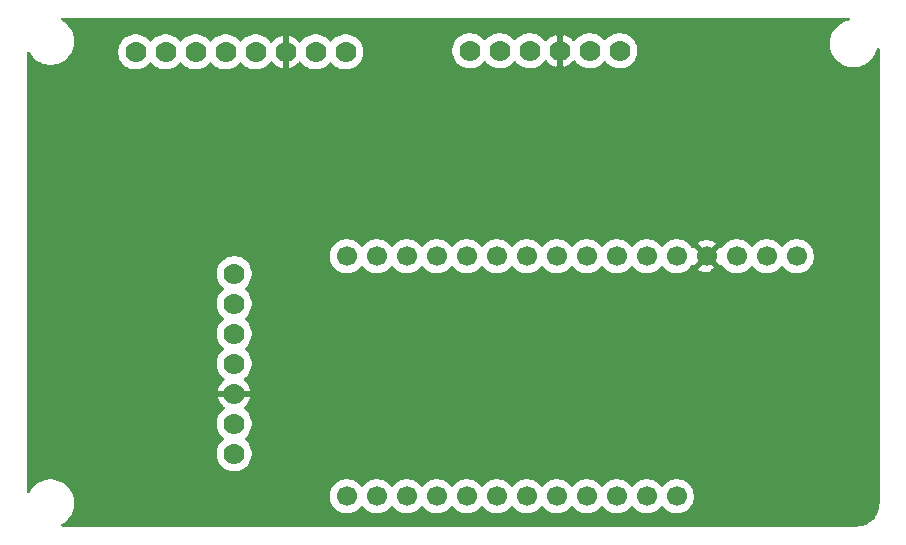
<source format=gbr>
%TF.GenerationSoftware,KiCad,Pcbnew,9.0.7*%
%TF.CreationDate,2026-02-04T09:14:49-08:00*%
%TF.ProjectId,BasicDatalogger,42617369-6344-4617-9461-6c6f67676572,rev?*%
%TF.SameCoordinates,Original*%
%TF.FileFunction,Copper,L2,Inr*%
%TF.FilePolarity,Positive*%
%FSLAX46Y46*%
G04 Gerber Fmt 4.6, Leading zero omitted, Abs format (unit mm)*
G04 Created by KiCad (PCBNEW 9.0.7) date 2026-02-04 09:14:49*
%MOMM*%
%LPD*%
G01*
G04 APERTURE LIST*
%TA.AperFunction,ComponentPad*%
%ADD10C,1.700000*%
%TD*%
%TA.AperFunction,ComponentPad*%
%ADD11C,1.778000*%
%TD*%
%TA.AperFunction,ViaPad*%
%ADD12C,0.900000*%
%TD*%
G04 APERTURE END LIST*
D10*
%TO.N,unconnected-(U1-RESET-Pad1)*%
%TO.C,U1*%
X139080000Y-50000000D03*
%TO.N,/3V3*%
X136540000Y-50000000D03*
X134000000Y-50000000D03*
%TO.N,/GND*%
X131460000Y-50000000D03*
%TO.N,unconnected-(U1-A0{slash}GPIO26-Pad5)*%
X128920000Y-50000000D03*
%TO.N,unconnected-(U1-A1{slash}GPIO27-Pad6)*%
X126380000Y-50000000D03*
%TO.N,unconnected-(U1-A2{slash}GPIO28-Pad7)*%
X123840000Y-50000000D03*
%TO.N,unconnected-(U1-A3{slash}GPIO29-Pad8)*%
X121300000Y-50000000D03*
%TO.N,unconnected-(U1-D24{slash}GPIO24-Pad9)*%
X118760000Y-50000000D03*
%TO.N,unconnected-(U1-D25{slash}GPIO25-Pad10)*%
X116220000Y-50000000D03*
%TO.N,/SCK*%
X113680000Y-50000000D03*
%TO.N,/MOSI*%
X111140000Y-50000000D03*
%TO.N,/MISO*%
X108600000Y-50000000D03*
%TO.N,/CS*%
X106060000Y-50000000D03*
%TO.N,unconnected-(U1-TX{slash}GPIO0-Pad15)*%
X103520000Y-50000000D03*
%TO.N,unconnected-(U1-D4{slash}GPIO6-Pad16)*%
X100980000Y-50000000D03*
%TO.N,/SDA*%
X100980000Y-70320000D03*
%TO.N,/SCL*%
X103520000Y-70320000D03*
%TO.N,unconnected-(U1-D5{slash}GPIO7-Pad19)*%
X106060000Y-70320000D03*
%TO.N,unconnected-(U1-D6{slash}GPIO8-Pad20)*%
X108600000Y-70320000D03*
%TO.N,unconnected-(U1-D9{slash}GPIO9-Pad21)*%
X111140000Y-70320000D03*
%TO.N,unconnected-(U1-D10{slash}GPIO10-Pad22)*%
X113680000Y-70320000D03*
%TO.N,unconnected-(U1-D11{slash}GPIO11-Pad23)*%
X116220000Y-70320000D03*
%TO.N,unconnected-(U1-D12{slash}GPIO12-Pad24)*%
X118760000Y-70320000D03*
%TO.N,unconnected-(U1-D13{slash}GPIO13-Pad25)*%
X121300000Y-70320000D03*
%TO.N,unconnected-(U1-Vbus-Pad26)*%
X123840000Y-70320000D03*
%TO.N,unconnected-(U1-ENABLE-Pad27)*%
X126380000Y-70320000D03*
%TO.N,unconnected-(U1-VBat-Pad28)*%
X128920000Y-70320000D03*
%TD*%
D11*
%TO.N,/3V3*%
%TO.C,U2*%
X100890000Y-32700000D03*
%TO.N,unconnected-(U2-3Vo-Pad2)*%
X98350000Y-32700000D03*
%TO.N,/GND*%
X95810000Y-32700000D03*
%TO.N,/SCL*%
X93270000Y-32700000D03*
%TO.N,unconnected-(U2-SDO-Pad5)*%
X90730000Y-32700000D03*
%TO.N,/SDA*%
X88190000Y-32700000D03*
%TO.N,unconnected-(U2-CS-Pad7)*%
X85650000Y-32700000D03*
%TO.N,unconnected-(U2-INT-Pad8)*%
X83110000Y-32700000D03*
%TD*%
%TO.N,/3V3*%
%TO.C,U4*%
X91450000Y-66720000D03*
%TO.N,unconnected-(U4-3V3-Pad2)*%
X91450000Y-64180000D03*
%TO.N,/GND*%
X91450000Y-61640000D03*
%TO.N,/SCK*%
X91450000Y-59100000D03*
%TO.N,/MISO*%
X91450000Y-56560000D03*
%TO.N,/MOSI*%
X91450000Y-54020000D03*
%TO.N,/CS*%
X91450000Y-51480000D03*
%TD*%
%TO.N,/3V3*%
%TO.C,U3*%
X124100000Y-32600000D03*
%TO.N,unconnected-(U3-3Vo-Pad2)*%
X121560000Y-32600000D03*
%TO.N,/GND*%
X119020000Y-32600000D03*
%TO.N,/SCL*%
X116480000Y-32600000D03*
%TO.N,/SDA*%
X113940000Y-32600000D03*
%TO.N,unconnected-(U3-INT2-Pad6)*%
X111400000Y-32600000D03*
%TD*%
D12*
%TO.N,/GND*%
X132200000Y-51400000D03*
X132600000Y-48200000D03*
X109600000Y-63400000D03*
X100600000Y-63400000D03*
X119000000Y-31000000D03*
X80800000Y-34800000D03*
X109800000Y-53200000D03*
X126200000Y-60800000D03*
X132600000Y-53800000D03*
X93400000Y-61700000D03*
X80200000Y-54200000D03*
X97900000Y-53800000D03*
X79700000Y-70900000D03*
X97100000Y-49800000D03*
X88400000Y-38200000D03*
X123600000Y-45400000D03*
X89800000Y-62600000D03*
X97000000Y-70400000D03*
X95800000Y-34400000D03*
X119000000Y-34200000D03*
%TD*%
%TA.AperFunction,Conductor*%
%TO.N,/GND*%
G36*
X143504477Y-29820185D02*
G01*
X143550232Y-29872989D01*
X143560176Y-29942147D01*
X143531151Y-30005703D01*
X143472373Y-30043477D01*
X143469565Y-30044265D01*
X143339859Y-30079020D01*
X143255581Y-30101602D01*
X143255571Y-30101605D01*
X143013309Y-30201953D01*
X143013299Y-30201958D01*
X142786196Y-30333075D01*
X142578148Y-30492718D01*
X142392718Y-30678148D01*
X142233075Y-30886196D01*
X142101958Y-31113299D01*
X142101953Y-31113309D01*
X142001605Y-31355571D01*
X142001602Y-31355581D01*
X141972586Y-31463873D01*
X141933730Y-31608885D01*
X141899500Y-31868872D01*
X141899500Y-32131127D01*
X141921721Y-32299901D01*
X141933730Y-32391116D01*
X141998831Y-32634076D01*
X142001602Y-32644418D01*
X142001605Y-32644428D01*
X142101953Y-32886690D01*
X142101958Y-32886700D01*
X142233075Y-33113803D01*
X142392718Y-33321851D01*
X142392726Y-33321860D01*
X142578140Y-33507274D01*
X142578148Y-33507281D01*
X142578149Y-33507282D01*
X142619053Y-33538669D01*
X142786196Y-33666924D01*
X143013299Y-33798041D01*
X143013309Y-33798046D01*
X143196522Y-33873935D01*
X143255581Y-33898398D01*
X143508884Y-33966270D01*
X143768880Y-34000500D01*
X143768887Y-34000500D01*
X144031113Y-34000500D01*
X144031120Y-34000500D01*
X144291116Y-33966270D01*
X144544419Y-33898398D01*
X144721340Y-33825114D01*
X144786690Y-33798046D01*
X144786691Y-33798045D01*
X144786697Y-33798043D01*
X145013803Y-33666924D01*
X145221851Y-33507282D01*
X145221855Y-33507277D01*
X145221860Y-33507274D01*
X145407274Y-33321860D01*
X145407277Y-33321855D01*
X145407282Y-33321851D01*
X145566924Y-33113803D01*
X145698043Y-32886697D01*
X145798398Y-32644419D01*
X145855725Y-32430467D01*
X145892090Y-32370808D01*
X145954937Y-32340279D01*
X146024312Y-32348574D01*
X146078190Y-32393059D01*
X146099465Y-32459611D01*
X146099500Y-32462562D01*
X146099500Y-70895933D01*
X146099235Y-70904043D01*
X146082925Y-71152883D01*
X146080807Y-71168964D01*
X146032954Y-71409535D01*
X146028756Y-71425202D01*
X145949909Y-71657479D01*
X145943702Y-71672465D01*
X145835212Y-71892460D01*
X145827102Y-71906507D01*
X145690825Y-72110460D01*
X145680951Y-72123328D01*
X145519218Y-72307749D01*
X145507749Y-72319218D01*
X145323328Y-72480951D01*
X145310460Y-72490825D01*
X145106507Y-72627102D01*
X145092460Y-72635212D01*
X144872465Y-72743702D01*
X144857479Y-72749909D01*
X144625202Y-72828756D01*
X144609535Y-72832954D01*
X144368964Y-72880807D01*
X144352883Y-72882925D01*
X144104043Y-72899235D01*
X144095933Y-72899500D01*
X76900538Y-72899500D01*
X76833499Y-72879815D01*
X76787744Y-72827011D01*
X76777800Y-72757853D01*
X76806825Y-72694297D01*
X76838538Y-72668113D01*
X77013803Y-72566924D01*
X77221851Y-72407282D01*
X77221855Y-72407277D01*
X77221860Y-72407274D01*
X77407274Y-72221860D01*
X77407277Y-72221855D01*
X77407282Y-72221851D01*
X77566924Y-72013803D01*
X77698043Y-71786697D01*
X77798398Y-71544419D01*
X77866270Y-71291116D01*
X77900500Y-71031120D01*
X77900500Y-70768880D01*
X77866270Y-70508884D01*
X77798398Y-70255581D01*
X77777793Y-70205837D01*
X99529500Y-70205837D01*
X99529500Y-70434162D01*
X99565215Y-70659660D01*
X99635770Y-70876803D01*
X99714399Y-71031120D01*
X99739421Y-71080228D01*
X99873621Y-71264937D01*
X100035063Y-71426379D01*
X100219772Y-71560579D01*
X100315884Y-71609550D01*
X100423196Y-71664229D01*
X100423198Y-71664229D01*
X100423201Y-71664231D01*
X100539592Y-71702049D01*
X100640339Y-71734784D01*
X100865838Y-71770500D01*
X100865843Y-71770500D01*
X101094162Y-71770500D01*
X101319660Y-71734784D01*
X101536799Y-71664231D01*
X101740228Y-71560579D01*
X101924937Y-71426379D01*
X102086379Y-71264937D01*
X102149682Y-71177807D01*
X102205012Y-71135143D01*
X102274626Y-71129164D01*
X102336421Y-71161770D01*
X102350315Y-71177804D01*
X102413621Y-71264937D01*
X102575063Y-71426379D01*
X102759772Y-71560579D01*
X102855884Y-71609550D01*
X102963196Y-71664229D01*
X102963198Y-71664229D01*
X102963201Y-71664231D01*
X103079592Y-71702049D01*
X103180339Y-71734784D01*
X103405838Y-71770500D01*
X103405843Y-71770500D01*
X103634162Y-71770500D01*
X103859660Y-71734784D01*
X104076799Y-71664231D01*
X104280228Y-71560579D01*
X104464937Y-71426379D01*
X104626379Y-71264937D01*
X104689682Y-71177807D01*
X104745012Y-71135143D01*
X104814626Y-71129164D01*
X104876421Y-71161770D01*
X104890315Y-71177804D01*
X104953621Y-71264937D01*
X105115063Y-71426379D01*
X105299772Y-71560579D01*
X105395884Y-71609550D01*
X105503196Y-71664229D01*
X105503198Y-71664229D01*
X105503201Y-71664231D01*
X105619592Y-71702049D01*
X105720339Y-71734784D01*
X105945838Y-71770500D01*
X105945843Y-71770500D01*
X106174162Y-71770500D01*
X106399660Y-71734784D01*
X106616799Y-71664231D01*
X106820228Y-71560579D01*
X107004937Y-71426379D01*
X107166379Y-71264937D01*
X107229682Y-71177807D01*
X107285012Y-71135143D01*
X107354626Y-71129164D01*
X107416421Y-71161770D01*
X107430315Y-71177804D01*
X107493621Y-71264937D01*
X107655063Y-71426379D01*
X107839772Y-71560579D01*
X107935884Y-71609550D01*
X108043196Y-71664229D01*
X108043198Y-71664229D01*
X108043201Y-71664231D01*
X108159592Y-71702049D01*
X108260339Y-71734784D01*
X108485838Y-71770500D01*
X108485843Y-71770500D01*
X108714162Y-71770500D01*
X108939660Y-71734784D01*
X109156799Y-71664231D01*
X109360228Y-71560579D01*
X109544937Y-71426379D01*
X109706379Y-71264937D01*
X109769682Y-71177807D01*
X109825012Y-71135143D01*
X109894626Y-71129164D01*
X109956421Y-71161770D01*
X109970315Y-71177804D01*
X110033621Y-71264937D01*
X110195063Y-71426379D01*
X110379772Y-71560579D01*
X110475884Y-71609550D01*
X110583196Y-71664229D01*
X110583198Y-71664229D01*
X110583201Y-71664231D01*
X110699592Y-71702049D01*
X110800339Y-71734784D01*
X111025838Y-71770500D01*
X111025843Y-71770500D01*
X111254162Y-71770500D01*
X111479660Y-71734784D01*
X111696799Y-71664231D01*
X111900228Y-71560579D01*
X112084937Y-71426379D01*
X112246379Y-71264937D01*
X112309682Y-71177807D01*
X112365012Y-71135143D01*
X112434626Y-71129164D01*
X112496421Y-71161770D01*
X112510315Y-71177804D01*
X112573621Y-71264937D01*
X112735063Y-71426379D01*
X112919772Y-71560579D01*
X113015884Y-71609550D01*
X113123196Y-71664229D01*
X113123198Y-71664229D01*
X113123201Y-71664231D01*
X113239592Y-71702049D01*
X113340339Y-71734784D01*
X113565838Y-71770500D01*
X113565843Y-71770500D01*
X113794162Y-71770500D01*
X114019660Y-71734784D01*
X114236799Y-71664231D01*
X114440228Y-71560579D01*
X114624937Y-71426379D01*
X114786379Y-71264937D01*
X114849682Y-71177807D01*
X114905012Y-71135143D01*
X114974626Y-71129164D01*
X115036421Y-71161770D01*
X115050315Y-71177804D01*
X115113621Y-71264937D01*
X115275063Y-71426379D01*
X115459772Y-71560579D01*
X115555884Y-71609550D01*
X115663196Y-71664229D01*
X115663198Y-71664229D01*
X115663201Y-71664231D01*
X115779592Y-71702049D01*
X115880339Y-71734784D01*
X116105838Y-71770500D01*
X116105843Y-71770500D01*
X116334162Y-71770500D01*
X116559660Y-71734784D01*
X116776799Y-71664231D01*
X116980228Y-71560579D01*
X117164937Y-71426379D01*
X117326379Y-71264937D01*
X117389682Y-71177807D01*
X117445012Y-71135143D01*
X117514626Y-71129164D01*
X117576421Y-71161770D01*
X117590315Y-71177804D01*
X117653621Y-71264937D01*
X117815063Y-71426379D01*
X117999772Y-71560579D01*
X118095884Y-71609550D01*
X118203196Y-71664229D01*
X118203198Y-71664229D01*
X118203201Y-71664231D01*
X118319592Y-71702049D01*
X118420339Y-71734784D01*
X118645838Y-71770500D01*
X118645843Y-71770500D01*
X118874162Y-71770500D01*
X119099660Y-71734784D01*
X119316799Y-71664231D01*
X119520228Y-71560579D01*
X119704937Y-71426379D01*
X119866379Y-71264937D01*
X119929682Y-71177807D01*
X119985012Y-71135143D01*
X120054626Y-71129164D01*
X120116421Y-71161770D01*
X120130315Y-71177804D01*
X120193621Y-71264937D01*
X120355063Y-71426379D01*
X120539772Y-71560579D01*
X120635884Y-71609550D01*
X120743196Y-71664229D01*
X120743198Y-71664229D01*
X120743201Y-71664231D01*
X120859592Y-71702049D01*
X120960339Y-71734784D01*
X121185838Y-71770500D01*
X121185843Y-71770500D01*
X121414162Y-71770500D01*
X121639660Y-71734784D01*
X121856799Y-71664231D01*
X122060228Y-71560579D01*
X122244937Y-71426379D01*
X122406379Y-71264937D01*
X122469682Y-71177807D01*
X122525012Y-71135143D01*
X122594626Y-71129164D01*
X122656421Y-71161770D01*
X122670315Y-71177804D01*
X122733621Y-71264937D01*
X122895063Y-71426379D01*
X123079772Y-71560579D01*
X123175884Y-71609550D01*
X123283196Y-71664229D01*
X123283198Y-71664229D01*
X123283201Y-71664231D01*
X123399592Y-71702049D01*
X123500339Y-71734784D01*
X123725838Y-71770500D01*
X123725843Y-71770500D01*
X123954162Y-71770500D01*
X124179660Y-71734784D01*
X124396799Y-71664231D01*
X124600228Y-71560579D01*
X124784937Y-71426379D01*
X124946379Y-71264937D01*
X125009682Y-71177807D01*
X125065012Y-71135143D01*
X125134626Y-71129164D01*
X125196421Y-71161770D01*
X125210315Y-71177804D01*
X125273621Y-71264937D01*
X125435063Y-71426379D01*
X125619772Y-71560579D01*
X125715884Y-71609550D01*
X125823196Y-71664229D01*
X125823198Y-71664229D01*
X125823201Y-71664231D01*
X125939592Y-71702049D01*
X126040339Y-71734784D01*
X126265838Y-71770500D01*
X126265843Y-71770500D01*
X126494162Y-71770500D01*
X126719660Y-71734784D01*
X126936799Y-71664231D01*
X127140228Y-71560579D01*
X127324937Y-71426379D01*
X127486379Y-71264937D01*
X127549682Y-71177807D01*
X127605012Y-71135143D01*
X127674626Y-71129164D01*
X127736421Y-71161770D01*
X127750315Y-71177804D01*
X127813621Y-71264937D01*
X127975063Y-71426379D01*
X128159772Y-71560579D01*
X128255884Y-71609550D01*
X128363196Y-71664229D01*
X128363198Y-71664229D01*
X128363201Y-71664231D01*
X128479592Y-71702049D01*
X128580339Y-71734784D01*
X128805838Y-71770500D01*
X128805843Y-71770500D01*
X129034162Y-71770500D01*
X129259660Y-71734784D01*
X129476799Y-71664231D01*
X129680228Y-71560579D01*
X129864937Y-71426379D01*
X130026379Y-71264937D01*
X130160579Y-71080228D01*
X130264231Y-70876799D01*
X130334784Y-70659660D01*
X130342672Y-70609860D01*
X130370500Y-70434162D01*
X130370500Y-70205837D01*
X130334784Y-69980339D01*
X130271703Y-69786197D01*
X130264231Y-69763201D01*
X130264229Y-69763198D01*
X130264229Y-69763196D01*
X130190000Y-69617514D01*
X130160579Y-69559772D01*
X130026379Y-69375063D01*
X129864937Y-69213621D01*
X129680228Y-69079421D01*
X129476803Y-68975770D01*
X129259660Y-68905215D01*
X129034162Y-68869500D01*
X129034157Y-68869500D01*
X128805843Y-68869500D01*
X128805838Y-68869500D01*
X128580339Y-68905215D01*
X128363196Y-68975770D01*
X128159771Y-69079421D01*
X127975061Y-69213622D01*
X127813623Y-69375060D01*
X127813616Y-69375069D01*
X127750317Y-69462191D01*
X127694987Y-69504857D01*
X127625373Y-69510835D01*
X127563579Y-69478228D01*
X127549683Y-69462191D01*
X127486383Y-69375069D01*
X127486379Y-69375063D01*
X127324937Y-69213621D01*
X127140228Y-69079421D01*
X126936803Y-68975770D01*
X126719660Y-68905215D01*
X126494162Y-68869500D01*
X126494157Y-68869500D01*
X126265843Y-68869500D01*
X126265838Y-68869500D01*
X126040339Y-68905215D01*
X125823196Y-68975770D01*
X125619771Y-69079421D01*
X125435061Y-69213622D01*
X125273623Y-69375060D01*
X125273616Y-69375069D01*
X125210317Y-69462191D01*
X125154987Y-69504857D01*
X125085373Y-69510835D01*
X125023579Y-69478228D01*
X125009683Y-69462191D01*
X124946383Y-69375069D01*
X124946379Y-69375063D01*
X124784937Y-69213621D01*
X124600228Y-69079421D01*
X124396803Y-68975770D01*
X124179660Y-68905215D01*
X123954162Y-68869500D01*
X123954157Y-68869500D01*
X123725843Y-68869500D01*
X123725838Y-68869500D01*
X123500339Y-68905215D01*
X123283196Y-68975770D01*
X123079771Y-69079421D01*
X122895061Y-69213622D01*
X122733623Y-69375060D01*
X122733616Y-69375069D01*
X122670317Y-69462191D01*
X122614987Y-69504857D01*
X122545373Y-69510835D01*
X122483579Y-69478228D01*
X122469683Y-69462191D01*
X122406383Y-69375069D01*
X122406379Y-69375063D01*
X122244937Y-69213621D01*
X122060228Y-69079421D01*
X121856803Y-68975770D01*
X121639660Y-68905215D01*
X121414162Y-68869500D01*
X121414157Y-68869500D01*
X121185843Y-68869500D01*
X121185838Y-68869500D01*
X120960339Y-68905215D01*
X120743196Y-68975770D01*
X120539771Y-69079421D01*
X120355061Y-69213622D01*
X120193623Y-69375060D01*
X120193616Y-69375069D01*
X120130317Y-69462191D01*
X120074987Y-69504857D01*
X120005373Y-69510835D01*
X119943579Y-69478228D01*
X119929683Y-69462191D01*
X119866383Y-69375069D01*
X119866379Y-69375063D01*
X119704937Y-69213621D01*
X119520228Y-69079421D01*
X119316803Y-68975770D01*
X119099660Y-68905215D01*
X118874162Y-68869500D01*
X118874157Y-68869500D01*
X118645843Y-68869500D01*
X118645838Y-68869500D01*
X118420339Y-68905215D01*
X118203196Y-68975770D01*
X117999771Y-69079421D01*
X117815061Y-69213622D01*
X117653623Y-69375060D01*
X117653616Y-69375069D01*
X117590317Y-69462191D01*
X117534987Y-69504857D01*
X117465373Y-69510835D01*
X117403579Y-69478228D01*
X117389683Y-69462191D01*
X117326383Y-69375069D01*
X117326379Y-69375063D01*
X117164937Y-69213621D01*
X116980228Y-69079421D01*
X116776803Y-68975770D01*
X116559660Y-68905215D01*
X116334162Y-68869500D01*
X116334157Y-68869500D01*
X116105843Y-68869500D01*
X116105838Y-68869500D01*
X115880339Y-68905215D01*
X115663196Y-68975770D01*
X115459771Y-69079421D01*
X115275061Y-69213622D01*
X115113623Y-69375060D01*
X115113616Y-69375069D01*
X115050317Y-69462191D01*
X114994987Y-69504857D01*
X114925373Y-69510835D01*
X114863579Y-69478228D01*
X114849683Y-69462191D01*
X114786383Y-69375069D01*
X114786379Y-69375063D01*
X114624937Y-69213621D01*
X114440228Y-69079421D01*
X114236803Y-68975770D01*
X114019660Y-68905215D01*
X113794162Y-68869500D01*
X113794157Y-68869500D01*
X113565843Y-68869500D01*
X113565838Y-68869500D01*
X113340339Y-68905215D01*
X113123196Y-68975770D01*
X112919771Y-69079421D01*
X112735061Y-69213622D01*
X112573623Y-69375060D01*
X112573616Y-69375069D01*
X112510317Y-69462191D01*
X112454987Y-69504857D01*
X112385373Y-69510835D01*
X112323579Y-69478228D01*
X112309683Y-69462191D01*
X112246383Y-69375069D01*
X112246379Y-69375063D01*
X112084937Y-69213621D01*
X111900228Y-69079421D01*
X111696803Y-68975770D01*
X111479660Y-68905215D01*
X111254162Y-68869500D01*
X111254157Y-68869500D01*
X111025843Y-68869500D01*
X111025838Y-68869500D01*
X110800339Y-68905215D01*
X110583196Y-68975770D01*
X110379771Y-69079421D01*
X110195061Y-69213622D01*
X110033623Y-69375060D01*
X110033616Y-69375069D01*
X109970317Y-69462191D01*
X109914987Y-69504857D01*
X109845373Y-69510835D01*
X109783579Y-69478228D01*
X109769683Y-69462191D01*
X109706383Y-69375069D01*
X109706379Y-69375063D01*
X109544937Y-69213621D01*
X109360228Y-69079421D01*
X109156803Y-68975770D01*
X108939660Y-68905215D01*
X108714162Y-68869500D01*
X108714157Y-68869500D01*
X108485843Y-68869500D01*
X108485838Y-68869500D01*
X108260339Y-68905215D01*
X108043196Y-68975770D01*
X107839771Y-69079421D01*
X107655061Y-69213622D01*
X107493623Y-69375060D01*
X107493616Y-69375069D01*
X107430317Y-69462191D01*
X107374987Y-69504857D01*
X107305373Y-69510835D01*
X107243579Y-69478228D01*
X107229683Y-69462191D01*
X107166383Y-69375069D01*
X107166379Y-69375063D01*
X107004937Y-69213621D01*
X106820228Y-69079421D01*
X106616803Y-68975770D01*
X106399660Y-68905215D01*
X106174162Y-68869500D01*
X106174157Y-68869500D01*
X105945843Y-68869500D01*
X105945838Y-68869500D01*
X105720339Y-68905215D01*
X105503196Y-68975770D01*
X105299771Y-69079421D01*
X105115061Y-69213622D01*
X104953623Y-69375060D01*
X104953616Y-69375069D01*
X104890317Y-69462191D01*
X104834987Y-69504857D01*
X104765373Y-69510835D01*
X104703579Y-69478228D01*
X104689683Y-69462191D01*
X104626383Y-69375069D01*
X104626379Y-69375063D01*
X104464937Y-69213621D01*
X104280228Y-69079421D01*
X104076803Y-68975770D01*
X103859660Y-68905215D01*
X103634162Y-68869500D01*
X103634157Y-68869500D01*
X103405843Y-68869500D01*
X103405838Y-68869500D01*
X103180339Y-68905215D01*
X102963196Y-68975770D01*
X102759771Y-69079421D01*
X102575061Y-69213622D01*
X102413623Y-69375060D01*
X102413616Y-69375069D01*
X102350317Y-69462191D01*
X102294987Y-69504857D01*
X102225373Y-69510835D01*
X102163579Y-69478228D01*
X102149683Y-69462191D01*
X102086383Y-69375069D01*
X102086379Y-69375063D01*
X101924937Y-69213621D01*
X101740228Y-69079421D01*
X101536803Y-68975770D01*
X101319660Y-68905215D01*
X101094162Y-68869500D01*
X101094157Y-68869500D01*
X100865843Y-68869500D01*
X100865838Y-68869500D01*
X100640339Y-68905215D01*
X100423196Y-68975770D01*
X100219771Y-69079421D01*
X100035061Y-69213622D01*
X99873622Y-69375061D01*
X99739421Y-69559771D01*
X99635770Y-69763196D01*
X99565215Y-69980339D01*
X99529500Y-70205837D01*
X77777793Y-70205837D01*
X77700204Y-70018520D01*
X77698046Y-70013309D01*
X77698041Y-70013299D01*
X77566924Y-69786196D01*
X77407281Y-69578148D01*
X77407274Y-69578140D01*
X77221860Y-69392726D01*
X77221851Y-69392718D01*
X77013803Y-69233075D01*
X76786700Y-69101958D01*
X76786690Y-69101953D01*
X76544428Y-69001605D01*
X76544421Y-69001603D01*
X76544419Y-69001602D01*
X76291116Y-68933730D01*
X76233339Y-68926123D01*
X76031127Y-68899500D01*
X76031120Y-68899500D01*
X75768880Y-68899500D01*
X75768872Y-68899500D01*
X75537772Y-68929926D01*
X75508884Y-68933730D01*
X75351992Y-68975769D01*
X75255581Y-69001602D01*
X75255571Y-69001605D01*
X75013309Y-69101953D01*
X75013299Y-69101958D01*
X74786196Y-69233075D01*
X74578148Y-69392718D01*
X74392718Y-69578148D01*
X74233075Y-69786196D01*
X74131887Y-69961462D01*
X74081320Y-70009677D01*
X74012713Y-70022901D01*
X73947849Y-69996933D01*
X73907320Y-69940019D01*
X73900500Y-69899462D01*
X73900500Y-51362768D01*
X89960500Y-51362768D01*
X89960500Y-51597231D01*
X89997175Y-51828792D01*
X90069627Y-52051774D01*
X90176065Y-52260668D01*
X90313873Y-52450344D01*
X90313875Y-52450346D01*
X90479656Y-52616127D01*
X90525841Y-52649683D01*
X90568506Y-52705013D01*
X90574484Y-52774627D01*
X90541877Y-52836421D01*
X90525841Y-52850317D01*
X90479656Y-52883872D01*
X90313875Y-53049653D01*
X90313875Y-53049654D01*
X90313873Y-53049656D01*
X90254689Y-53131114D01*
X90176065Y-53239331D01*
X90069627Y-53448225D01*
X89997175Y-53671207D01*
X89960500Y-53902768D01*
X89960500Y-54137231D01*
X89997175Y-54368792D01*
X90069627Y-54591774D01*
X90176065Y-54800668D01*
X90313873Y-54990344D01*
X90313875Y-54990346D01*
X90479656Y-55156127D01*
X90525841Y-55189683D01*
X90568506Y-55245013D01*
X90574484Y-55314627D01*
X90541877Y-55376421D01*
X90525841Y-55390317D01*
X90479656Y-55423872D01*
X90313875Y-55589653D01*
X90313875Y-55589654D01*
X90313873Y-55589656D01*
X90254689Y-55671114D01*
X90176065Y-55779331D01*
X90069627Y-55988225D01*
X89997175Y-56211207D01*
X89960500Y-56442768D01*
X89960500Y-56677231D01*
X89997175Y-56908792D01*
X90069627Y-57131774D01*
X90176065Y-57340668D01*
X90313873Y-57530344D01*
X90313875Y-57530346D01*
X90479656Y-57696127D01*
X90525841Y-57729683D01*
X90568506Y-57785013D01*
X90574484Y-57854627D01*
X90541877Y-57916421D01*
X90525841Y-57930317D01*
X90479656Y-57963872D01*
X90313875Y-58129653D01*
X90313875Y-58129654D01*
X90313873Y-58129656D01*
X90254689Y-58211114D01*
X90176065Y-58319331D01*
X90069627Y-58528225D01*
X89997175Y-58751207D01*
X89960500Y-58982768D01*
X89960500Y-59217231D01*
X89997175Y-59448792D01*
X90069627Y-59671774D01*
X90176065Y-59880668D01*
X90313873Y-60070344D01*
X90479656Y-60236127D01*
X90608595Y-60329807D01*
X90611330Y-60331794D01*
X90653995Y-60387124D01*
X90659974Y-60456738D01*
X90627368Y-60518533D01*
X90611330Y-60532430D01*
X90545128Y-60580528D01*
X90390528Y-60735128D01*
X90390524Y-60735133D01*
X90262023Y-60912001D01*
X90162762Y-61106808D01*
X90162761Y-61106811D01*
X90095201Y-61314741D01*
X90083282Y-61390000D01*
X91016988Y-61390000D01*
X90984075Y-61447007D01*
X90950000Y-61574174D01*
X90950000Y-61705826D01*
X90984075Y-61832993D01*
X91016988Y-61890000D01*
X90083282Y-61890000D01*
X90095201Y-61965258D01*
X90162761Y-62173188D01*
X90162762Y-62173191D01*
X90262023Y-62367998D01*
X90390524Y-62544866D01*
X90390528Y-62544871D01*
X90545126Y-62699469D01*
X90611329Y-62747568D01*
X90653995Y-62802898D01*
X90659974Y-62872512D01*
X90627369Y-62934307D01*
X90611330Y-62948204D01*
X90479662Y-63043868D01*
X90479653Y-63043875D01*
X90313875Y-63209653D01*
X90313875Y-63209654D01*
X90313873Y-63209656D01*
X90254689Y-63291114D01*
X90176065Y-63399331D01*
X90069627Y-63608225D01*
X89997175Y-63831207D01*
X89960500Y-64062768D01*
X89960500Y-64297231D01*
X89997175Y-64528792D01*
X90069627Y-64751774D01*
X90176065Y-64960668D01*
X90313873Y-65150344D01*
X90313875Y-65150346D01*
X90479656Y-65316127D01*
X90525841Y-65349683D01*
X90568506Y-65405013D01*
X90574484Y-65474627D01*
X90541877Y-65536421D01*
X90525841Y-65550317D01*
X90479656Y-65583872D01*
X90313875Y-65749653D01*
X90313875Y-65749654D01*
X90313873Y-65749656D01*
X90254689Y-65831114D01*
X90176065Y-65939331D01*
X90069627Y-66148225D01*
X89997175Y-66371207D01*
X89960500Y-66602768D01*
X89960500Y-66837231D01*
X89997175Y-67068792D01*
X90069627Y-67291774D01*
X90176065Y-67500668D01*
X90313873Y-67690344D01*
X90479656Y-67856127D01*
X90669332Y-67993935D01*
X90768027Y-68044222D01*
X90878225Y-68100372D01*
X90878227Y-68100372D01*
X90878230Y-68100374D01*
X90997752Y-68139209D01*
X91101207Y-68172824D01*
X91332769Y-68209500D01*
X91332774Y-68209500D01*
X91567231Y-68209500D01*
X91798792Y-68172824D01*
X92021770Y-68100374D01*
X92230668Y-67993935D01*
X92420344Y-67856127D01*
X92586127Y-67690344D01*
X92723935Y-67500668D01*
X92830374Y-67291770D01*
X92902824Y-67068792D01*
X92939500Y-66837231D01*
X92939500Y-66602768D01*
X92902824Y-66371207D01*
X92830372Y-66148225D01*
X92723934Y-65939331D01*
X92586127Y-65749656D01*
X92420344Y-65583873D01*
X92374158Y-65550317D01*
X92331493Y-65494989D01*
X92325514Y-65425375D01*
X92358119Y-65363580D01*
X92374158Y-65349683D01*
X92420344Y-65316127D01*
X92586127Y-65150344D01*
X92723935Y-64960668D01*
X92830374Y-64751770D01*
X92902824Y-64528792D01*
X92939500Y-64297231D01*
X92939500Y-64062768D01*
X92902824Y-63831207D01*
X92830372Y-63608225D01*
X92723934Y-63399331D01*
X92586127Y-63209656D01*
X92420344Y-63043873D01*
X92288669Y-62948205D01*
X92246004Y-62892874D01*
X92240025Y-62823261D01*
X92272631Y-62761466D01*
X92288671Y-62747568D01*
X92354869Y-62699473D01*
X92509471Y-62544871D01*
X92509475Y-62544866D01*
X92637976Y-62367998D01*
X92737237Y-62173191D01*
X92737238Y-62173188D01*
X92804798Y-61965258D01*
X92816718Y-61890000D01*
X91883012Y-61890000D01*
X91915925Y-61832993D01*
X91950000Y-61705826D01*
X91950000Y-61574174D01*
X91915925Y-61447007D01*
X91883012Y-61390000D01*
X92816718Y-61390000D01*
X92804798Y-61314741D01*
X92737238Y-61106811D01*
X92737237Y-61106808D01*
X92637976Y-60912001D01*
X92509475Y-60735133D01*
X92509471Y-60735128D01*
X92354871Y-60580528D01*
X92354866Y-60580524D01*
X92288670Y-60532430D01*
X92246004Y-60477101D01*
X92240025Y-60407487D01*
X92272630Y-60345692D01*
X92288670Y-60331794D01*
X92291150Y-60329991D01*
X92420344Y-60236127D01*
X92586127Y-60070344D01*
X92723935Y-59880668D01*
X92830374Y-59671770D01*
X92902824Y-59448792D01*
X92939500Y-59217231D01*
X92939500Y-58982768D01*
X92902824Y-58751207D01*
X92830372Y-58528225D01*
X92723934Y-58319331D01*
X92586127Y-58129656D01*
X92420344Y-57963873D01*
X92374158Y-57930317D01*
X92331493Y-57874989D01*
X92325514Y-57805375D01*
X92358119Y-57743580D01*
X92374158Y-57729683D01*
X92420344Y-57696127D01*
X92586127Y-57530344D01*
X92723935Y-57340668D01*
X92830374Y-57131770D01*
X92902824Y-56908792D01*
X92939500Y-56677231D01*
X92939500Y-56442768D01*
X92902824Y-56211207D01*
X92830372Y-55988225D01*
X92723934Y-55779331D01*
X92586127Y-55589656D01*
X92420344Y-55423873D01*
X92374158Y-55390317D01*
X92331493Y-55334989D01*
X92325514Y-55265375D01*
X92358119Y-55203580D01*
X92374158Y-55189683D01*
X92420344Y-55156127D01*
X92586127Y-54990344D01*
X92723935Y-54800668D01*
X92830374Y-54591770D01*
X92902824Y-54368792D01*
X92939500Y-54137231D01*
X92939500Y-53902768D01*
X92902824Y-53671207D01*
X92830372Y-53448225D01*
X92723934Y-53239331D01*
X92586127Y-53049656D01*
X92420344Y-52883873D01*
X92374158Y-52850317D01*
X92331493Y-52794989D01*
X92325514Y-52725375D01*
X92358119Y-52663580D01*
X92374158Y-52649683D01*
X92420344Y-52616127D01*
X92586127Y-52450344D01*
X92723935Y-52260668D01*
X92830374Y-52051770D01*
X92902824Y-51828792D01*
X92939500Y-51597231D01*
X92939500Y-51362768D01*
X92902824Y-51131207D01*
X92830372Y-50908225D01*
X92755721Y-50761716D01*
X92723935Y-50699332D01*
X92586127Y-50509656D01*
X92420344Y-50343873D01*
X92230668Y-50206065D01*
X92205013Y-50192993D01*
X92021774Y-50099627D01*
X91798792Y-50027175D01*
X91648956Y-50003444D01*
X91567231Y-49990500D01*
X91567226Y-49990500D01*
X91332774Y-49990500D01*
X91332769Y-49990500D01*
X91101207Y-50027175D01*
X90878225Y-50099627D01*
X90669331Y-50206065D01*
X90561114Y-50284689D01*
X90479656Y-50343873D01*
X90479654Y-50343875D01*
X90479653Y-50343875D01*
X90313875Y-50509653D01*
X90313875Y-50509654D01*
X90313873Y-50509656D01*
X90279622Y-50556799D01*
X90176065Y-50699331D01*
X90069627Y-50908225D01*
X89997175Y-51131207D01*
X89960500Y-51362768D01*
X73900500Y-51362768D01*
X73900500Y-49885837D01*
X99529500Y-49885837D01*
X99529500Y-50114162D01*
X99565215Y-50339660D01*
X99635770Y-50556803D01*
X99720795Y-50723672D01*
X99739421Y-50760228D01*
X99873621Y-50944937D01*
X100035063Y-51106379D01*
X100219772Y-51240579D01*
X100315884Y-51289550D01*
X100423196Y-51344229D01*
X100423198Y-51344229D01*
X100423201Y-51344231D01*
X100539592Y-51382049D01*
X100640339Y-51414784D01*
X100865838Y-51450500D01*
X100865843Y-51450500D01*
X101094162Y-51450500D01*
X101319660Y-51414784D01*
X101536799Y-51344231D01*
X101740228Y-51240579D01*
X101924937Y-51106379D01*
X102086379Y-50944937D01*
X102149682Y-50857807D01*
X102205012Y-50815143D01*
X102274626Y-50809164D01*
X102336421Y-50841770D01*
X102350315Y-50857804D01*
X102413621Y-50944937D01*
X102575063Y-51106379D01*
X102759772Y-51240579D01*
X102855884Y-51289550D01*
X102963196Y-51344229D01*
X102963198Y-51344229D01*
X102963201Y-51344231D01*
X103079592Y-51382049D01*
X103180339Y-51414784D01*
X103405838Y-51450500D01*
X103405843Y-51450500D01*
X103634162Y-51450500D01*
X103859660Y-51414784D01*
X104076799Y-51344231D01*
X104280228Y-51240579D01*
X104464937Y-51106379D01*
X104626379Y-50944937D01*
X104689682Y-50857807D01*
X104745012Y-50815143D01*
X104814626Y-50809164D01*
X104876421Y-50841770D01*
X104890315Y-50857804D01*
X104953621Y-50944937D01*
X105115063Y-51106379D01*
X105299772Y-51240579D01*
X105395884Y-51289550D01*
X105503196Y-51344229D01*
X105503198Y-51344229D01*
X105503201Y-51344231D01*
X105619592Y-51382049D01*
X105720339Y-51414784D01*
X105945838Y-51450500D01*
X105945843Y-51450500D01*
X106174162Y-51450500D01*
X106399660Y-51414784D01*
X106616799Y-51344231D01*
X106820228Y-51240579D01*
X107004937Y-51106379D01*
X107166379Y-50944937D01*
X107229682Y-50857807D01*
X107285012Y-50815143D01*
X107354626Y-50809164D01*
X107416421Y-50841770D01*
X107430315Y-50857804D01*
X107493621Y-50944937D01*
X107655063Y-51106379D01*
X107839772Y-51240579D01*
X107935884Y-51289550D01*
X108043196Y-51344229D01*
X108043198Y-51344229D01*
X108043201Y-51344231D01*
X108159592Y-51382049D01*
X108260339Y-51414784D01*
X108485838Y-51450500D01*
X108485843Y-51450500D01*
X108714162Y-51450500D01*
X108939660Y-51414784D01*
X109156799Y-51344231D01*
X109360228Y-51240579D01*
X109544937Y-51106379D01*
X109706379Y-50944937D01*
X109769682Y-50857807D01*
X109825012Y-50815143D01*
X109894626Y-50809164D01*
X109956421Y-50841770D01*
X109970315Y-50857804D01*
X110033621Y-50944937D01*
X110195063Y-51106379D01*
X110379772Y-51240579D01*
X110475884Y-51289550D01*
X110583196Y-51344229D01*
X110583198Y-51344229D01*
X110583201Y-51344231D01*
X110699592Y-51382049D01*
X110800339Y-51414784D01*
X111025838Y-51450500D01*
X111025843Y-51450500D01*
X111254162Y-51450500D01*
X111479660Y-51414784D01*
X111696799Y-51344231D01*
X111900228Y-51240579D01*
X112084937Y-51106379D01*
X112246379Y-50944937D01*
X112309682Y-50857807D01*
X112365012Y-50815143D01*
X112434626Y-50809164D01*
X112496421Y-50841770D01*
X112510315Y-50857804D01*
X112573621Y-50944937D01*
X112735063Y-51106379D01*
X112919772Y-51240579D01*
X113015884Y-51289550D01*
X113123196Y-51344229D01*
X113123198Y-51344229D01*
X113123201Y-51344231D01*
X113239592Y-51382049D01*
X113340339Y-51414784D01*
X113565838Y-51450500D01*
X113565843Y-51450500D01*
X113794162Y-51450500D01*
X114019660Y-51414784D01*
X114236799Y-51344231D01*
X114440228Y-51240579D01*
X114624937Y-51106379D01*
X114786379Y-50944937D01*
X114849682Y-50857807D01*
X114905012Y-50815143D01*
X114974626Y-50809164D01*
X115036421Y-50841770D01*
X115050315Y-50857804D01*
X115113621Y-50944937D01*
X115275063Y-51106379D01*
X115459772Y-51240579D01*
X115555884Y-51289550D01*
X115663196Y-51344229D01*
X115663198Y-51344229D01*
X115663201Y-51344231D01*
X115779592Y-51382049D01*
X115880339Y-51414784D01*
X116105838Y-51450500D01*
X116105843Y-51450500D01*
X116334162Y-51450500D01*
X116559660Y-51414784D01*
X116776799Y-51344231D01*
X116980228Y-51240579D01*
X117164937Y-51106379D01*
X117326379Y-50944937D01*
X117389682Y-50857807D01*
X117445012Y-50815143D01*
X117514626Y-50809164D01*
X117576421Y-50841770D01*
X117590315Y-50857804D01*
X117653621Y-50944937D01*
X117815063Y-51106379D01*
X117999772Y-51240579D01*
X118095884Y-51289550D01*
X118203196Y-51344229D01*
X118203198Y-51344229D01*
X118203201Y-51344231D01*
X118319592Y-51382049D01*
X118420339Y-51414784D01*
X118645838Y-51450500D01*
X118645843Y-51450500D01*
X118874162Y-51450500D01*
X119099660Y-51414784D01*
X119316799Y-51344231D01*
X119520228Y-51240579D01*
X119704937Y-51106379D01*
X119866379Y-50944937D01*
X119929682Y-50857807D01*
X119985012Y-50815143D01*
X120054626Y-50809164D01*
X120116421Y-50841770D01*
X120130315Y-50857804D01*
X120193621Y-50944937D01*
X120355063Y-51106379D01*
X120539772Y-51240579D01*
X120635884Y-51289550D01*
X120743196Y-51344229D01*
X120743198Y-51344229D01*
X120743201Y-51344231D01*
X120859592Y-51382049D01*
X120960339Y-51414784D01*
X121185838Y-51450500D01*
X121185843Y-51450500D01*
X121414162Y-51450500D01*
X121639660Y-51414784D01*
X121856799Y-51344231D01*
X122060228Y-51240579D01*
X122244937Y-51106379D01*
X122406379Y-50944937D01*
X122469682Y-50857807D01*
X122525012Y-50815143D01*
X122594626Y-50809164D01*
X122656421Y-50841770D01*
X122670315Y-50857804D01*
X122733621Y-50944937D01*
X122895063Y-51106379D01*
X123079772Y-51240579D01*
X123175884Y-51289550D01*
X123283196Y-51344229D01*
X123283198Y-51344229D01*
X123283201Y-51344231D01*
X123399592Y-51382049D01*
X123500339Y-51414784D01*
X123725838Y-51450500D01*
X123725843Y-51450500D01*
X123954162Y-51450500D01*
X124179660Y-51414784D01*
X124396799Y-51344231D01*
X124600228Y-51240579D01*
X124784937Y-51106379D01*
X124946379Y-50944937D01*
X125009682Y-50857807D01*
X125065012Y-50815143D01*
X125134626Y-50809164D01*
X125196421Y-50841770D01*
X125210315Y-50857804D01*
X125273621Y-50944937D01*
X125435063Y-51106379D01*
X125619772Y-51240579D01*
X125715884Y-51289550D01*
X125823196Y-51344229D01*
X125823198Y-51344229D01*
X125823201Y-51344231D01*
X125939592Y-51382049D01*
X126040339Y-51414784D01*
X126265838Y-51450500D01*
X126265843Y-51450500D01*
X126494162Y-51450500D01*
X126719660Y-51414784D01*
X126936799Y-51344231D01*
X127140228Y-51240579D01*
X127324937Y-51106379D01*
X127486379Y-50944937D01*
X127549682Y-50857807D01*
X127605012Y-50815143D01*
X127674626Y-50809164D01*
X127736421Y-50841770D01*
X127750315Y-50857804D01*
X127813621Y-50944937D01*
X127975063Y-51106379D01*
X128159772Y-51240579D01*
X128255884Y-51289550D01*
X128363196Y-51344229D01*
X128363198Y-51344229D01*
X128363201Y-51344231D01*
X128479592Y-51382049D01*
X128580339Y-51414784D01*
X128805838Y-51450500D01*
X128805843Y-51450500D01*
X129034162Y-51450500D01*
X129259660Y-51414784D01*
X129476799Y-51344231D01*
X129680228Y-51240579D01*
X129864937Y-51106379D01*
X130026379Y-50944937D01*
X130151796Y-50772316D01*
X130207124Y-50729653D01*
X130276738Y-50723674D01*
X130338532Y-50756280D01*
X130343134Y-50761591D01*
X130344728Y-50761716D01*
X130977037Y-50129408D01*
X130994075Y-50192993D01*
X131059901Y-50307007D01*
X131152993Y-50400099D01*
X131267007Y-50465925D01*
X131330590Y-50482962D01*
X130698282Y-51115269D01*
X130698282Y-51115270D01*
X130752449Y-51154624D01*
X130941782Y-51251095D01*
X131143870Y-51316757D01*
X131353754Y-51350000D01*
X131566246Y-51350000D01*
X131776127Y-51316757D01*
X131776130Y-51316757D01*
X131978217Y-51251095D01*
X132167554Y-51154622D01*
X132221716Y-51115270D01*
X132221717Y-51115270D01*
X131589408Y-50482962D01*
X131652993Y-50465925D01*
X131767007Y-50400099D01*
X131860099Y-50307007D01*
X131925925Y-50192993D01*
X131942962Y-50129409D01*
X132575270Y-50761717D01*
X132582002Y-50761187D01*
X132622896Y-50729653D01*
X132692509Y-50723672D01*
X132754305Y-50756277D01*
X132768204Y-50772317D01*
X132893621Y-50944937D01*
X133055063Y-51106379D01*
X133239772Y-51240579D01*
X133335884Y-51289550D01*
X133443196Y-51344229D01*
X133443198Y-51344229D01*
X133443201Y-51344231D01*
X133559592Y-51382049D01*
X133660339Y-51414784D01*
X133885838Y-51450500D01*
X133885843Y-51450500D01*
X134114162Y-51450500D01*
X134339660Y-51414784D01*
X134556799Y-51344231D01*
X134760228Y-51240579D01*
X134944937Y-51106379D01*
X135106379Y-50944937D01*
X135169682Y-50857807D01*
X135225012Y-50815143D01*
X135294626Y-50809164D01*
X135356421Y-50841770D01*
X135370315Y-50857804D01*
X135433621Y-50944937D01*
X135595063Y-51106379D01*
X135779772Y-51240579D01*
X135875884Y-51289550D01*
X135983196Y-51344229D01*
X135983198Y-51344229D01*
X135983201Y-51344231D01*
X136099592Y-51382049D01*
X136200339Y-51414784D01*
X136425838Y-51450500D01*
X136425843Y-51450500D01*
X136654162Y-51450500D01*
X136879660Y-51414784D01*
X137096799Y-51344231D01*
X137300228Y-51240579D01*
X137484937Y-51106379D01*
X137646379Y-50944937D01*
X137709682Y-50857807D01*
X137765012Y-50815143D01*
X137834626Y-50809164D01*
X137896421Y-50841770D01*
X137910315Y-50857804D01*
X137973621Y-50944937D01*
X138135063Y-51106379D01*
X138319772Y-51240579D01*
X138415884Y-51289550D01*
X138523196Y-51344229D01*
X138523198Y-51344229D01*
X138523201Y-51344231D01*
X138639592Y-51382049D01*
X138740339Y-51414784D01*
X138965838Y-51450500D01*
X138965843Y-51450500D01*
X139194162Y-51450500D01*
X139419660Y-51414784D01*
X139636799Y-51344231D01*
X139840228Y-51240579D01*
X140024937Y-51106379D01*
X140186379Y-50944937D01*
X140320579Y-50760228D01*
X140424231Y-50556799D01*
X140494784Y-50339660D01*
X140499956Y-50307007D01*
X140530500Y-50114162D01*
X140530500Y-49885837D01*
X140494784Y-49660339D01*
X140424229Y-49443196D01*
X140339203Y-49276324D01*
X140320579Y-49239772D01*
X140186379Y-49055063D01*
X140024937Y-48893621D01*
X139840228Y-48759421D01*
X139819587Y-48748904D01*
X139636803Y-48655770D01*
X139419660Y-48585215D01*
X139194162Y-48549500D01*
X139194157Y-48549500D01*
X138965843Y-48549500D01*
X138965838Y-48549500D01*
X138740339Y-48585215D01*
X138523196Y-48655770D01*
X138319771Y-48759421D01*
X138135061Y-48893622D01*
X137973623Y-49055060D01*
X137973616Y-49055069D01*
X137910317Y-49142191D01*
X137854987Y-49184857D01*
X137785373Y-49190835D01*
X137723579Y-49158228D01*
X137709683Y-49142191D01*
X137646383Y-49055069D01*
X137646379Y-49055063D01*
X137484937Y-48893621D01*
X137300228Y-48759421D01*
X137279587Y-48748904D01*
X137096803Y-48655770D01*
X136879660Y-48585215D01*
X136654162Y-48549500D01*
X136654157Y-48549500D01*
X136425843Y-48549500D01*
X136425838Y-48549500D01*
X136200339Y-48585215D01*
X135983196Y-48655770D01*
X135779771Y-48759421D01*
X135595061Y-48893622D01*
X135433623Y-49055060D01*
X135433616Y-49055069D01*
X135370317Y-49142191D01*
X135314987Y-49184857D01*
X135245373Y-49190835D01*
X135183579Y-49158228D01*
X135169683Y-49142191D01*
X135106383Y-49055069D01*
X135106379Y-49055063D01*
X134944937Y-48893621D01*
X134760228Y-48759421D01*
X134739587Y-48748904D01*
X134556803Y-48655770D01*
X134339660Y-48585215D01*
X134114162Y-48549500D01*
X134114157Y-48549500D01*
X133885843Y-48549500D01*
X133885838Y-48549500D01*
X133660339Y-48585215D01*
X133443196Y-48655770D01*
X133239771Y-48759421D01*
X133055061Y-48893622D01*
X132893622Y-49055061D01*
X132768205Y-49227682D01*
X132712874Y-49270347D01*
X132643261Y-49276326D01*
X132581466Y-49243720D01*
X132576862Y-49238407D01*
X132575269Y-49238282D01*
X131942962Y-49870590D01*
X131925925Y-49807007D01*
X131860099Y-49692993D01*
X131767007Y-49599901D01*
X131652993Y-49534075D01*
X131589409Y-49517037D01*
X132221716Y-48884728D01*
X132167550Y-48845375D01*
X131978217Y-48748904D01*
X131776129Y-48683242D01*
X131566246Y-48650000D01*
X131353754Y-48650000D01*
X131143872Y-48683242D01*
X131143869Y-48683242D01*
X130941782Y-48748904D01*
X130752439Y-48845380D01*
X130698282Y-48884727D01*
X130698282Y-48884728D01*
X131330591Y-49517037D01*
X131267007Y-49534075D01*
X131152993Y-49599901D01*
X131059901Y-49692993D01*
X130994075Y-49807007D01*
X130977037Y-49870591D01*
X130344728Y-49238282D01*
X130337992Y-49238812D01*
X130297100Y-49270345D01*
X130227487Y-49276324D01*
X130165692Y-49243718D01*
X130151794Y-49227680D01*
X130026383Y-49055069D01*
X130026379Y-49055063D01*
X129864937Y-48893621D01*
X129680228Y-48759421D01*
X129659587Y-48748904D01*
X129476803Y-48655770D01*
X129259660Y-48585215D01*
X129034162Y-48549500D01*
X129034157Y-48549500D01*
X128805843Y-48549500D01*
X128805838Y-48549500D01*
X128580339Y-48585215D01*
X128363196Y-48655770D01*
X128159771Y-48759421D01*
X127975061Y-48893622D01*
X127813623Y-49055060D01*
X127813616Y-49055069D01*
X127750317Y-49142191D01*
X127694987Y-49184857D01*
X127625373Y-49190835D01*
X127563579Y-49158228D01*
X127549683Y-49142191D01*
X127486383Y-49055069D01*
X127486379Y-49055063D01*
X127324937Y-48893621D01*
X127140228Y-48759421D01*
X127119587Y-48748904D01*
X126936803Y-48655770D01*
X126719660Y-48585215D01*
X126494162Y-48549500D01*
X126494157Y-48549500D01*
X126265843Y-48549500D01*
X126265838Y-48549500D01*
X126040339Y-48585215D01*
X125823196Y-48655770D01*
X125619771Y-48759421D01*
X125435061Y-48893622D01*
X125273623Y-49055060D01*
X125273616Y-49055069D01*
X125210317Y-49142191D01*
X125154987Y-49184857D01*
X125085373Y-49190835D01*
X125023579Y-49158228D01*
X125009683Y-49142191D01*
X124946383Y-49055069D01*
X124946379Y-49055063D01*
X124784937Y-48893621D01*
X124600228Y-48759421D01*
X124579587Y-48748904D01*
X124396803Y-48655770D01*
X124179660Y-48585215D01*
X123954162Y-48549500D01*
X123954157Y-48549500D01*
X123725843Y-48549500D01*
X123725838Y-48549500D01*
X123500339Y-48585215D01*
X123283196Y-48655770D01*
X123079771Y-48759421D01*
X122895061Y-48893622D01*
X122733623Y-49055060D01*
X122733616Y-49055069D01*
X122670317Y-49142191D01*
X122614987Y-49184857D01*
X122545373Y-49190835D01*
X122483579Y-49158228D01*
X122469683Y-49142191D01*
X122406383Y-49055069D01*
X122406379Y-49055063D01*
X122244937Y-48893621D01*
X122060228Y-48759421D01*
X122039587Y-48748904D01*
X121856803Y-48655770D01*
X121639660Y-48585215D01*
X121414162Y-48549500D01*
X121414157Y-48549500D01*
X121185843Y-48549500D01*
X121185838Y-48549500D01*
X120960339Y-48585215D01*
X120743196Y-48655770D01*
X120539771Y-48759421D01*
X120355061Y-48893622D01*
X120193623Y-49055060D01*
X120193616Y-49055069D01*
X120130317Y-49142191D01*
X120074987Y-49184857D01*
X120005373Y-49190835D01*
X119943579Y-49158228D01*
X119929683Y-49142191D01*
X119866383Y-49055069D01*
X119866379Y-49055063D01*
X119704937Y-48893621D01*
X119520228Y-48759421D01*
X119499587Y-48748904D01*
X119316803Y-48655770D01*
X119099660Y-48585215D01*
X118874162Y-48549500D01*
X118874157Y-48549500D01*
X118645843Y-48549500D01*
X118645838Y-48549500D01*
X118420339Y-48585215D01*
X118203196Y-48655770D01*
X117999771Y-48759421D01*
X117815061Y-48893622D01*
X117653623Y-49055060D01*
X117653616Y-49055069D01*
X117590317Y-49142191D01*
X117534987Y-49184857D01*
X117465373Y-49190835D01*
X117403579Y-49158228D01*
X117389683Y-49142191D01*
X117326383Y-49055069D01*
X117326379Y-49055063D01*
X117164937Y-48893621D01*
X116980228Y-48759421D01*
X116959587Y-48748904D01*
X116776803Y-48655770D01*
X116559660Y-48585215D01*
X116334162Y-48549500D01*
X116334157Y-48549500D01*
X116105843Y-48549500D01*
X116105838Y-48549500D01*
X115880339Y-48585215D01*
X115663196Y-48655770D01*
X115459771Y-48759421D01*
X115275061Y-48893622D01*
X115113623Y-49055060D01*
X115113616Y-49055069D01*
X115050317Y-49142191D01*
X114994987Y-49184857D01*
X114925373Y-49190835D01*
X114863579Y-49158228D01*
X114849683Y-49142191D01*
X114786383Y-49055069D01*
X114786379Y-49055063D01*
X114624937Y-48893621D01*
X114440228Y-48759421D01*
X114419587Y-48748904D01*
X114236803Y-48655770D01*
X114019660Y-48585215D01*
X113794162Y-48549500D01*
X113794157Y-48549500D01*
X113565843Y-48549500D01*
X113565838Y-48549500D01*
X113340339Y-48585215D01*
X113123196Y-48655770D01*
X112919771Y-48759421D01*
X112735061Y-48893622D01*
X112573623Y-49055060D01*
X112573616Y-49055069D01*
X112510317Y-49142191D01*
X112454987Y-49184857D01*
X112385373Y-49190835D01*
X112323579Y-49158228D01*
X112309683Y-49142191D01*
X112246383Y-49055069D01*
X112246379Y-49055063D01*
X112084937Y-48893621D01*
X111900228Y-48759421D01*
X111879587Y-48748904D01*
X111696803Y-48655770D01*
X111479660Y-48585215D01*
X111254162Y-48549500D01*
X111254157Y-48549500D01*
X111025843Y-48549500D01*
X111025838Y-48549500D01*
X110800339Y-48585215D01*
X110583196Y-48655770D01*
X110379771Y-48759421D01*
X110195061Y-48893622D01*
X110033623Y-49055060D01*
X110033616Y-49055069D01*
X109970317Y-49142191D01*
X109914987Y-49184857D01*
X109845373Y-49190835D01*
X109783579Y-49158228D01*
X109769683Y-49142191D01*
X109706383Y-49055069D01*
X109706379Y-49055063D01*
X109544937Y-48893621D01*
X109360228Y-48759421D01*
X109339587Y-48748904D01*
X109156803Y-48655770D01*
X108939660Y-48585215D01*
X108714162Y-48549500D01*
X108714157Y-48549500D01*
X108485843Y-48549500D01*
X108485838Y-48549500D01*
X108260339Y-48585215D01*
X108043196Y-48655770D01*
X107839771Y-48759421D01*
X107655061Y-48893622D01*
X107493623Y-49055060D01*
X107493616Y-49055069D01*
X107430317Y-49142191D01*
X107374987Y-49184857D01*
X107305373Y-49190835D01*
X107243579Y-49158228D01*
X107229683Y-49142191D01*
X107166383Y-49055069D01*
X107166379Y-49055063D01*
X107004937Y-48893621D01*
X106820228Y-48759421D01*
X106799587Y-48748904D01*
X106616803Y-48655770D01*
X106399660Y-48585215D01*
X106174162Y-48549500D01*
X106174157Y-48549500D01*
X105945843Y-48549500D01*
X105945838Y-48549500D01*
X105720339Y-48585215D01*
X105503196Y-48655770D01*
X105299771Y-48759421D01*
X105115061Y-48893622D01*
X104953623Y-49055060D01*
X104953616Y-49055069D01*
X104890317Y-49142191D01*
X104834987Y-49184857D01*
X104765373Y-49190835D01*
X104703579Y-49158228D01*
X104689683Y-49142191D01*
X104626383Y-49055069D01*
X104626379Y-49055063D01*
X104464937Y-48893621D01*
X104280228Y-48759421D01*
X104259587Y-48748904D01*
X104076803Y-48655770D01*
X103859660Y-48585215D01*
X103634162Y-48549500D01*
X103634157Y-48549500D01*
X103405843Y-48549500D01*
X103405838Y-48549500D01*
X103180339Y-48585215D01*
X102963196Y-48655770D01*
X102759771Y-48759421D01*
X102575061Y-48893622D01*
X102413623Y-49055060D01*
X102413616Y-49055069D01*
X102350317Y-49142191D01*
X102294987Y-49184857D01*
X102225373Y-49190835D01*
X102163579Y-49158228D01*
X102149683Y-49142191D01*
X102086383Y-49055069D01*
X102086379Y-49055063D01*
X101924937Y-48893621D01*
X101740228Y-48759421D01*
X101719587Y-48748904D01*
X101536803Y-48655770D01*
X101319660Y-48585215D01*
X101094162Y-48549500D01*
X101094157Y-48549500D01*
X100865843Y-48549500D01*
X100865838Y-48549500D01*
X100640339Y-48585215D01*
X100423196Y-48655770D01*
X100219771Y-48759421D01*
X100035061Y-48893622D01*
X99873622Y-49055061D01*
X99739421Y-49239771D01*
X99635770Y-49443196D01*
X99565215Y-49660339D01*
X99529500Y-49885837D01*
X73900500Y-49885837D01*
X73900500Y-32800537D01*
X73920185Y-32733498D01*
X73972989Y-32687743D01*
X74042147Y-32677799D01*
X74105703Y-32706824D01*
X74131887Y-32738538D01*
X74233072Y-32913798D01*
X74233074Y-32913802D01*
X74392718Y-33121851D01*
X74392726Y-33121860D01*
X74578140Y-33307274D01*
X74578148Y-33307281D01*
X74786196Y-33466924D01*
X75013299Y-33598041D01*
X75013309Y-33598046D01*
X75255571Y-33698394D01*
X75255581Y-33698398D01*
X75508884Y-33766270D01*
X75768880Y-33800500D01*
X75768887Y-33800500D01*
X76031113Y-33800500D01*
X76031120Y-33800500D01*
X76291116Y-33766270D01*
X76544419Y-33698398D01*
X76723648Y-33624159D01*
X76786690Y-33598046D01*
X76786691Y-33598045D01*
X76786697Y-33598043D01*
X77013803Y-33466924D01*
X77221851Y-33307282D01*
X77221855Y-33307277D01*
X77221860Y-33307274D01*
X77407274Y-33121860D01*
X77407277Y-33121855D01*
X77407282Y-33121851D01*
X77566924Y-32913803D01*
X77698043Y-32686697D01*
X77741092Y-32582768D01*
X81620500Y-32582768D01*
X81620500Y-32817231D01*
X81657175Y-33048792D01*
X81729627Y-33271774D01*
X81814665Y-33438669D01*
X81836065Y-33480668D01*
X81973873Y-33670344D01*
X82139656Y-33836127D01*
X82329332Y-33973935D01*
X82355439Y-33987237D01*
X82538225Y-34080372D01*
X82538227Y-34080372D01*
X82538230Y-34080374D01*
X82657752Y-34119209D01*
X82761207Y-34152824D01*
X82992769Y-34189500D01*
X82992774Y-34189500D01*
X83227231Y-34189500D01*
X83458792Y-34152824D01*
X83681770Y-34080374D01*
X83890668Y-33973935D01*
X84080344Y-33836127D01*
X84246127Y-33670344D01*
X84279682Y-33624158D01*
X84335011Y-33581493D01*
X84404625Y-33575514D01*
X84466420Y-33608119D01*
X84480315Y-33624155D01*
X84513873Y-33670344D01*
X84679656Y-33836127D01*
X84869332Y-33973935D01*
X84895439Y-33987237D01*
X85078225Y-34080372D01*
X85078227Y-34080372D01*
X85078230Y-34080374D01*
X85197752Y-34119209D01*
X85301207Y-34152824D01*
X85532769Y-34189500D01*
X85532774Y-34189500D01*
X85767231Y-34189500D01*
X85998792Y-34152824D01*
X86221770Y-34080374D01*
X86430668Y-33973935D01*
X86620344Y-33836127D01*
X86786127Y-33670344D01*
X86819682Y-33624158D01*
X86875011Y-33581493D01*
X86944625Y-33575514D01*
X87006420Y-33608119D01*
X87020315Y-33624155D01*
X87053873Y-33670344D01*
X87219656Y-33836127D01*
X87409332Y-33973935D01*
X87435439Y-33987237D01*
X87618225Y-34080372D01*
X87618227Y-34080372D01*
X87618230Y-34080374D01*
X87737752Y-34119209D01*
X87841207Y-34152824D01*
X88072769Y-34189500D01*
X88072774Y-34189500D01*
X88307231Y-34189500D01*
X88538792Y-34152824D01*
X88761770Y-34080374D01*
X88970668Y-33973935D01*
X89160344Y-33836127D01*
X89326127Y-33670344D01*
X89359682Y-33624158D01*
X89415011Y-33581493D01*
X89484625Y-33575514D01*
X89546420Y-33608119D01*
X89560315Y-33624155D01*
X89593873Y-33670344D01*
X89759656Y-33836127D01*
X89949332Y-33973935D01*
X89975439Y-33987237D01*
X90158225Y-34080372D01*
X90158227Y-34080372D01*
X90158230Y-34080374D01*
X90277752Y-34119209D01*
X90381207Y-34152824D01*
X90612769Y-34189500D01*
X90612774Y-34189500D01*
X90847231Y-34189500D01*
X91078792Y-34152824D01*
X91301770Y-34080374D01*
X91510668Y-33973935D01*
X91700344Y-33836127D01*
X91866127Y-33670344D01*
X91899682Y-33624158D01*
X91955011Y-33581493D01*
X92024625Y-33575514D01*
X92086420Y-33608119D01*
X92100315Y-33624155D01*
X92133873Y-33670344D01*
X92299656Y-33836127D01*
X92489332Y-33973935D01*
X92515439Y-33987237D01*
X92698225Y-34080372D01*
X92698227Y-34080372D01*
X92698230Y-34080374D01*
X92817752Y-34119209D01*
X92921207Y-34152824D01*
X93152769Y-34189500D01*
X93152774Y-34189500D01*
X93387231Y-34189500D01*
X93618792Y-34152824D01*
X93841770Y-34080374D01*
X94050668Y-33973935D01*
X94240344Y-33836127D01*
X94406127Y-33670344D01*
X94501795Y-33538669D01*
X94557124Y-33496004D01*
X94626737Y-33490025D01*
X94688532Y-33522631D01*
X94702430Y-33538670D01*
X94750524Y-33604866D01*
X94750528Y-33604871D01*
X94905128Y-33759471D01*
X94905133Y-33759475D01*
X95082001Y-33887976D01*
X95276808Y-33987237D01*
X95276811Y-33987238D01*
X95484739Y-34054797D01*
X95559999Y-34066717D01*
X95560000Y-34066717D01*
X95560000Y-33133012D01*
X95617007Y-33165925D01*
X95744174Y-33200000D01*
X95875826Y-33200000D01*
X96002993Y-33165925D01*
X96060000Y-33133012D01*
X96060000Y-34066717D01*
X96135258Y-34054797D01*
X96135261Y-34054797D01*
X96343188Y-33987238D01*
X96343191Y-33987237D01*
X96537998Y-33887976D01*
X96714866Y-33759475D01*
X96714871Y-33759471D01*
X96869473Y-33604869D01*
X96917568Y-33538671D01*
X96972897Y-33496004D01*
X97042511Y-33490024D01*
X97104306Y-33522630D01*
X97118205Y-33538669D01*
X97141219Y-33570345D01*
X97213873Y-33670344D01*
X97379656Y-33836127D01*
X97569332Y-33973935D01*
X97595439Y-33987237D01*
X97778225Y-34080372D01*
X97778227Y-34080372D01*
X97778230Y-34080374D01*
X97897752Y-34119209D01*
X98001207Y-34152824D01*
X98232769Y-34189500D01*
X98232774Y-34189500D01*
X98467231Y-34189500D01*
X98698792Y-34152824D01*
X98921770Y-34080374D01*
X99130668Y-33973935D01*
X99320344Y-33836127D01*
X99486127Y-33670344D01*
X99519682Y-33624158D01*
X99575011Y-33581493D01*
X99644625Y-33575514D01*
X99706420Y-33608119D01*
X99720315Y-33624155D01*
X99753873Y-33670344D01*
X99919656Y-33836127D01*
X100109332Y-33973935D01*
X100135439Y-33987237D01*
X100318225Y-34080372D01*
X100318227Y-34080372D01*
X100318230Y-34080374D01*
X100437752Y-34119209D01*
X100541207Y-34152824D01*
X100772769Y-34189500D01*
X100772774Y-34189500D01*
X101007231Y-34189500D01*
X101238792Y-34152824D01*
X101461770Y-34080374D01*
X101670668Y-33973935D01*
X101860344Y-33836127D01*
X102026127Y-33670344D01*
X102163935Y-33480668D01*
X102270374Y-33271770D01*
X102342824Y-33048792D01*
X102351393Y-32994687D01*
X102379500Y-32817231D01*
X102379500Y-32582768D01*
X102365963Y-32497300D01*
X102363661Y-32482768D01*
X109910500Y-32482768D01*
X109910500Y-32717231D01*
X109947175Y-32948792D01*
X110019627Y-33171774D01*
X110126065Y-33380668D01*
X110263873Y-33570344D01*
X110429656Y-33736127D01*
X110619332Y-33873935D01*
X110718027Y-33924222D01*
X110828225Y-33980372D01*
X110828227Y-33980372D01*
X110828230Y-33980374D01*
X110947752Y-34019209D01*
X111051207Y-34052824D01*
X111282769Y-34089500D01*
X111282774Y-34089500D01*
X111517231Y-34089500D01*
X111748792Y-34052824D01*
X111971770Y-33980374D01*
X112180668Y-33873935D01*
X112370344Y-33736127D01*
X112536127Y-33570344D01*
X112569682Y-33524158D01*
X112625011Y-33481493D01*
X112694625Y-33475514D01*
X112756420Y-33508119D01*
X112770315Y-33524155D01*
X112803873Y-33570344D01*
X112969656Y-33736127D01*
X113159332Y-33873935D01*
X113258027Y-33924222D01*
X113368225Y-33980372D01*
X113368227Y-33980372D01*
X113368230Y-33980374D01*
X113487752Y-34019209D01*
X113591207Y-34052824D01*
X113822769Y-34089500D01*
X113822774Y-34089500D01*
X114057231Y-34089500D01*
X114288792Y-34052824D01*
X114511770Y-33980374D01*
X114720668Y-33873935D01*
X114910344Y-33736127D01*
X115076127Y-33570344D01*
X115109682Y-33524158D01*
X115165011Y-33481493D01*
X115234625Y-33475514D01*
X115296420Y-33508119D01*
X115310315Y-33524155D01*
X115343873Y-33570344D01*
X115509656Y-33736127D01*
X115699332Y-33873935D01*
X115798027Y-33924222D01*
X115908225Y-33980372D01*
X115908227Y-33980372D01*
X115908230Y-33980374D01*
X116027752Y-34019209D01*
X116131207Y-34052824D01*
X116362769Y-34089500D01*
X116362774Y-34089500D01*
X116597231Y-34089500D01*
X116828792Y-34052824D01*
X117051770Y-33980374D01*
X117260668Y-33873935D01*
X117450344Y-33736127D01*
X117616127Y-33570344D01*
X117711795Y-33438669D01*
X117767124Y-33396004D01*
X117836737Y-33390025D01*
X117898532Y-33422631D01*
X117912430Y-33438670D01*
X117960524Y-33504866D01*
X117960528Y-33504871D01*
X118115128Y-33659471D01*
X118115133Y-33659475D01*
X118292001Y-33787976D01*
X118486808Y-33887237D01*
X118486811Y-33887238D01*
X118694739Y-33954797D01*
X118769999Y-33966717D01*
X118770000Y-33966717D01*
X118770000Y-33033012D01*
X118827007Y-33065925D01*
X118954174Y-33100000D01*
X119085826Y-33100000D01*
X119212993Y-33065925D01*
X119270000Y-33033012D01*
X119270000Y-33966717D01*
X119345258Y-33954797D01*
X119345261Y-33954797D01*
X119553188Y-33887238D01*
X119553191Y-33887237D01*
X119747998Y-33787976D01*
X119924866Y-33659475D01*
X119924871Y-33659471D01*
X120079473Y-33504869D01*
X120127568Y-33438671D01*
X120182897Y-33396004D01*
X120252511Y-33390024D01*
X120314306Y-33422630D01*
X120328205Y-33438669D01*
X120348734Y-33466924D01*
X120423873Y-33570344D01*
X120589656Y-33736127D01*
X120779332Y-33873935D01*
X120878027Y-33924222D01*
X120988225Y-33980372D01*
X120988227Y-33980372D01*
X120988230Y-33980374D01*
X121107752Y-34019209D01*
X121211207Y-34052824D01*
X121442769Y-34089500D01*
X121442774Y-34089500D01*
X121677231Y-34089500D01*
X121908792Y-34052824D01*
X122131770Y-33980374D01*
X122340668Y-33873935D01*
X122530344Y-33736127D01*
X122696127Y-33570344D01*
X122729682Y-33524158D01*
X122785011Y-33481493D01*
X122854625Y-33475514D01*
X122916420Y-33508119D01*
X122930315Y-33524155D01*
X122963873Y-33570344D01*
X123129656Y-33736127D01*
X123319332Y-33873935D01*
X123418027Y-33924222D01*
X123528225Y-33980372D01*
X123528227Y-33980372D01*
X123528230Y-33980374D01*
X123647752Y-34019209D01*
X123751207Y-34052824D01*
X123982769Y-34089500D01*
X123982774Y-34089500D01*
X124217231Y-34089500D01*
X124448792Y-34052824D01*
X124671770Y-33980374D01*
X124880668Y-33873935D01*
X125070344Y-33736127D01*
X125236127Y-33570344D01*
X125373935Y-33380668D01*
X125480374Y-33171770D01*
X125552824Y-32948792D01*
X125558366Y-32913802D01*
X125589500Y-32717231D01*
X125589500Y-32482768D01*
X125552824Y-32251207D01*
X125512864Y-32128225D01*
X125480374Y-32028230D01*
X125480372Y-32028227D01*
X125480372Y-32028225D01*
X125424222Y-31918027D01*
X125373935Y-31819332D01*
X125236127Y-31629656D01*
X125070344Y-31463873D01*
X124880668Y-31326065D01*
X124868031Y-31319626D01*
X124671774Y-31219627D01*
X124448792Y-31147175D01*
X124217231Y-31110500D01*
X124217226Y-31110500D01*
X123982774Y-31110500D01*
X123982769Y-31110500D01*
X123751207Y-31147175D01*
X123528225Y-31219627D01*
X123319331Y-31326065D01*
X123211114Y-31404689D01*
X123129656Y-31463873D01*
X123129654Y-31463875D01*
X123129653Y-31463875D01*
X122963872Y-31629656D01*
X122930317Y-31675841D01*
X122874987Y-31718506D01*
X122805373Y-31724484D01*
X122743579Y-31691877D01*
X122729683Y-31675841D01*
X122696127Y-31629656D01*
X122530346Y-31463875D01*
X122530344Y-31463873D01*
X122340668Y-31326065D01*
X122328031Y-31319626D01*
X122131774Y-31219627D01*
X121908792Y-31147175D01*
X121677231Y-31110500D01*
X121677226Y-31110500D01*
X121442774Y-31110500D01*
X121442769Y-31110500D01*
X121211207Y-31147175D01*
X120988225Y-31219627D01*
X120779331Y-31326065D01*
X120671114Y-31404689D01*
X120589656Y-31463873D01*
X120589654Y-31463875D01*
X120589653Y-31463875D01*
X120423875Y-31629653D01*
X120423868Y-31629662D01*
X120328204Y-31761330D01*
X120272874Y-31803996D01*
X120203261Y-31809974D01*
X120141466Y-31777368D01*
X120127568Y-31761329D01*
X120079469Y-31695126D01*
X119924871Y-31540528D01*
X119924866Y-31540524D01*
X119747998Y-31412023D01*
X119553191Y-31312762D01*
X119553188Y-31312761D01*
X119345258Y-31245201D01*
X119270000Y-31233281D01*
X119270000Y-32166988D01*
X119212993Y-32134075D01*
X119085826Y-32100000D01*
X118954174Y-32100000D01*
X118827007Y-32134075D01*
X118770000Y-32166988D01*
X118770000Y-31233281D01*
X118694741Y-31245201D01*
X118486811Y-31312761D01*
X118486808Y-31312762D01*
X118292001Y-31412023D01*
X118115133Y-31540524D01*
X118115128Y-31540528D01*
X117960528Y-31695128D01*
X117912430Y-31761330D01*
X117857100Y-31803995D01*
X117787486Y-31809974D01*
X117725691Y-31777368D01*
X117711794Y-31761330D01*
X117692016Y-31734108D01*
X117616127Y-31629656D01*
X117450344Y-31463873D01*
X117260668Y-31326065D01*
X117248031Y-31319626D01*
X117051774Y-31219627D01*
X116828792Y-31147175D01*
X116597231Y-31110500D01*
X116597226Y-31110500D01*
X116362774Y-31110500D01*
X116362769Y-31110500D01*
X116131207Y-31147175D01*
X115908225Y-31219627D01*
X115699331Y-31326065D01*
X115591114Y-31404689D01*
X115509656Y-31463873D01*
X115509654Y-31463875D01*
X115509653Y-31463875D01*
X115343872Y-31629656D01*
X115310317Y-31675841D01*
X115254987Y-31718506D01*
X115185373Y-31724484D01*
X115123579Y-31691877D01*
X115109683Y-31675841D01*
X115076127Y-31629656D01*
X114910346Y-31463875D01*
X114910344Y-31463873D01*
X114720668Y-31326065D01*
X114708031Y-31319626D01*
X114511774Y-31219627D01*
X114288792Y-31147175D01*
X114057231Y-31110500D01*
X114057226Y-31110500D01*
X113822774Y-31110500D01*
X113822769Y-31110500D01*
X113591207Y-31147175D01*
X113368225Y-31219627D01*
X113159331Y-31326065D01*
X113051114Y-31404689D01*
X112969656Y-31463873D01*
X112969654Y-31463875D01*
X112969653Y-31463875D01*
X112803872Y-31629656D01*
X112770317Y-31675841D01*
X112714987Y-31718506D01*
X112645373Y-31724484D01*
X112583579Y-31691877D01*
X112569683Y-31675841D01*
X112536127Y-31629656D01*
X112370346Y-31463875D01*
X112370344Y-31463873D01*
X112180668Y-31326065D01*
X112168031Y-31319626D01*
X111971774Y-31219627D01*
X111748792Y-31147175D01*
X111517231Y-31110500D01*
X111517226Y-31110500D01*
X111282774Y-31110500D01*
X111282769Y-31110500D01*
X111051207Y-31147175D01*
X110828225Y-31219627D01*
X110619331Y-31326065D01*
X110511114Y-31404689D01*
X110429656Y-31463873D01*
X110429654Y-31463875D01*
X110429653Y-31463875D01*
X110263875Y-31629653D01*
X110263875Y-31629654D01*
X110263873Y-31629656D01*
X110263869Y-31629662D01*
X110126065Y-31819331D01*
X110019627Y-32028225D01*
X109947175Y-32251207D01*
X109910500Y-32482768D01*
X102363661Y-32482768D01*
X102342824Y-32351207D01*
X102304765Y-32234075D01*
X102270374Y-32128230D01*
X102270372Y-32128227D01*
X102270372Y-32128225D01*
X102173811Y-31938715D01*
X102163935Y-31919332D01*
X102026127Y-31729656D01*
X101860344Y-31563873D01*
X101670668Y-31426065D01*
X101461774Y-31319627D01*
X101238792Y-31247175D01*
X101007231Y-31210500D01*
X101007226Y-31210500D01*
X100772774Y-31210500D01*
X100772769Y-31210500D01*
X100541207Y-31247175D01*
X100318225Y-31319627D01*
X100109331Y-31426065D01*
X100057291Y-31463875D01*
X99919656Y-31563873D01*
X99919654Y-31563875D01*
X99919653Y-31563875D01*
X99753872Y-31729656D01*
X99720317Y-31775841D01*
X99664987Y-31818506D01*
X99595373Y-31824484D01*
X99533579Y-31791877D01*
X99519683Y-31775841D01*
X99486127Y-31729656D01*
X99320346Y-31563875D01*
X99320344Y-31563873D01*
X99130668Y-31426065D01*
X98921774Y-31319627D01*
X98698792Y-31247175D01*
X98467231Y-31210500D01*
X98467226Y-31210500D01*
X98232774Y-31210500D01*
X98232769Y-31210500D01*
X98001207Y-31247175D01*
X97778225Y-31319627D01*
X97569331Y-31426065D01*
X97517291Y-31463875D01*
X97379656Y-31563873D01*
X97379654Y-31563875D01*
X97379653Y-31563875D01*
X97213875Y-31729653D01*
X97213868Y-31729662D01*
X97118204Y-31861330D01*
X97062874Y-31903996D01*
X96993261Y-31909974D01*
X96931466Y-31877368D01*
X96917568Y-31861329D01*
X96869469Y-31795126D01*
X96714871Y-31640528D01*
X96714866Y-31640524D01*
X96537998Y-31512023D01*
X96343191Y-31412762D01*
X96343188Y-31412761D01*
X96135258Y-31345201D01*
X96060000Y-31333281D01*
X96060000Y-32266988D01*
X96002993Y-32234075D01*
X95875826Y-32200000D01*
X95744174Y-32200000D01*
X95617007Y-32234075D01*
X95560000Y-32266988D01*
X95560000Y-31333281D01*
X95484741Y-31345201D01*
X95276811Y-31412761D01*
X95276808Y-31412762D01*
X95082001Y-31512023D01*
X94905133Y-31640524D01*
X94905128Y-31640528D01*
X94750528Y-31795128D01*
X94702430Y-31861330D01*
X94647100Y-31903995D01*
X94577486Y-31909974D01*
X94515691Y-31877368D01*
X94501794Y-31861330D01*
X94500729Y-31859865D01*
X94406127Y-31729656D01*
X94240344Y-31563873D01*
X94050668Y-31426065D01*
X93841774Y-31319627D01*
X93618792Y-31247175D01*
X93387231Y-31210500D01*
X93387226Y-31210500D01*
X93152774Y-31210500D01*
X93152769Y-31210500D01*
X92921207Y-31247175D01*
X92698225Y-31319627D01*
X92489331Y-31426065D01*
X92437291Y-31463875D01*
X92299656Y-31563873D01*
X92299654Y-31563875D01*
X92299653Y-31563875D01*
X92133872Y-31729656D01*
X92100317Y-31775841D01*
X92044987Y-31818506D01*
X91975373Y-31824484D01*
X91913579Y-31791877D01*
X91899683Y-31775841D01*
X91866127Y-31729656D01*
X91700346Y-31563875D01*
X91700344Y-31563873D01*
X91510668Y-31426065D01*
X91301774Y-31319627D01*
X91078792Y-31247175D01*
X90847231Y-31210500D01*
X90847226Y-31210500D01*
X90612774Y-31210500D01*
X90612769Y-31210500D01*
X90381207Y-31247175D01*
X90158225Y-31319627D01*
X89949331Y-31426065D01*
X89897291Y-31463875D01*
X89759656Y-31563873D01*
X89759654Y-31563875D01*
X89759653Y-31563875D01*
X89593872Y-31729656D01*
X89560317Y-31775841D01*
X89504987Y-31818506D01*
X89435373Y-31824484D01*
X89373579Y-31791877D01*
X89359683Y-31775841D01*
X89326127Y-31729656D01*
X89160346Y-31563875D01*
X89160344Y-31563873D01*
X88970668Y-31426065D01*
X88761774Y-31319627D01*
X88538792Y-31247175D01*
X88307231Y-31210500D01*
X88307226Y-31210500D01*
X88072774Y-31210500D01*
X88072769Y-31210500D01*
X87841207Y-31247175D01*
X87618225Y-31319627D01*
X87409331Y-31426065D01*
X87357291Y-31463875D01*
X87219656Y-31563873D01*
X87219654Y-31563875D01*
X87219653Y-31563875D01*
X87053872Y-31729656D01*
X87020317Y-31775841D01*
X86964987Y-31818506D01*
X86895373Y-31824484D01*
X86833579Y-31791877D01*
X86819683Y-31775841D01*
X86786127Y-31729656D01*
X86620346Y-31563875D01*
X86620344Y-31563873D01*
X86430668Y-31426065D01*
X86221774Y-31319627D01*
X85998792Y-31247175D01*
X85767231Y-31210500D01*
X85767226Y-31210500D01*
X85532774Y-31210500D01*
X85532769Y-31210500D01*
X85301207Y-31247175D01*
X85078225Y-31319627D01*
X84869331Y-31426065D01*
X84817291Y-31463875D01*
X84679656Y-31563873D01*
X84679654Y-31563875D01*
X84679653Y-31563875D01*
X84513872Y-31729656D01*
X84480317Y-31775841D01*
X84424987Y-31818506D01*
X84355373Y-31824484D01*
X84293579Y-31791877D01*
X84279683Y-31775841D01*
X84246127Y-31729656D01*
X84080346Y-31563875D01*
X84080344Y-31563873D01*
X83890668Y-31426065D01*
X83681774Y-31319627D01*
X83458792Y-31247175D01*
X83227231Y-31210500D01*
X83227226Y-31210500D01*
X82992774Y-31210500D01*
X82992769Y-31210500D01*
X82761207Y-31247175D01*
X82538225Y-31319627D01*
X82329331Y-31426065D01*
X82277291Y-31463875D01*
X82139656Y-31563873D01*
X82139654Y-31563875D01*
X82139653Y-31563875D01*
X81973875Y-31729653D01*
X81973875Y-31729654D01*
X81973873Y-31729656D01*
X81940318Y-31775841D01*
X81836065Y-31919331D01*
X81729627Y-32128225D01*
X81657175Y-32351207D01*
X81620500Y-32582768D01*
X77741092Y-32582768D01*
X77798398Y-32444419D01*
X77866270Y-32191116D01*
X77900500Y-31931120D01*
X77900500Y-31668880D01*
X77866270Y-31408884D01*
X77798398Y-31155581D01*
X77783047Y-31118520D01*
X77698046Y-30913309D01*
X77698041Y-30913299D01*
X77566924Y-30686196D01*
X77407281Y-30478148D01*
X77407274Y-30478140D01*
X77221860Y-30292726D01*
X77221851Y-30292718D01*
X77013803Y-30133075D01*
X76838538Y-30031887D01*
X76790323Y-29981320D01*
X76777099Y-29912713D01*
X76803067Y-29847849D01*
X76859981Y-29807320D01*
X76900538Y-29800500D01*
X143437438Y-29800500D01*
X143504477Y-29820185D01*
G37*
%TD.AperFunction*%
%TD*%
M02*

</source>
